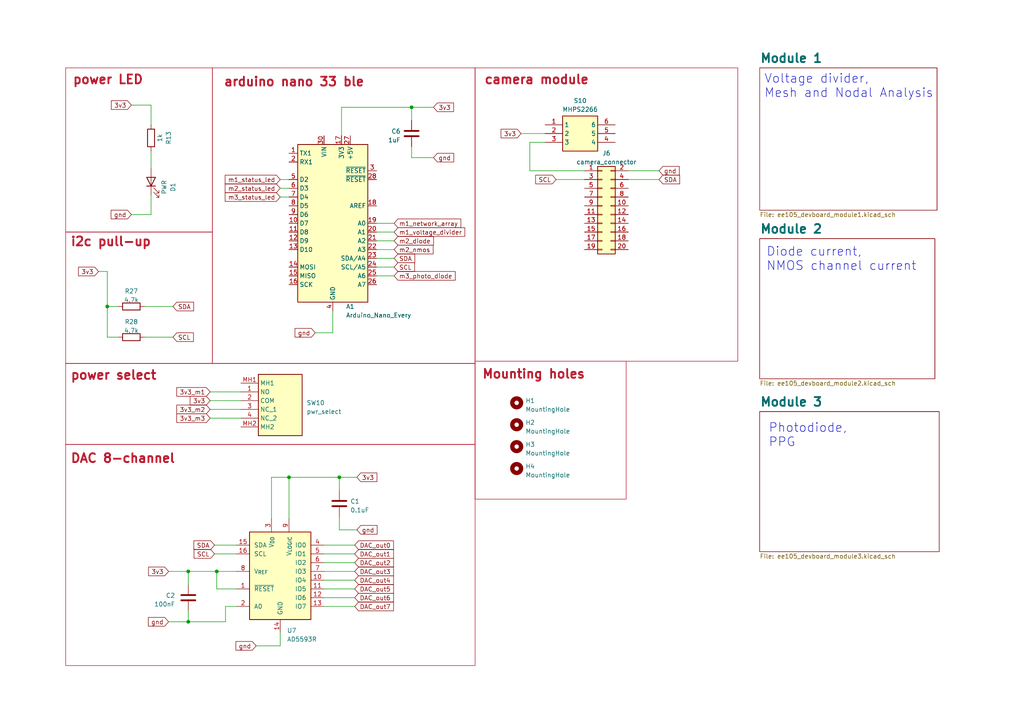
<source format=kicad_sch>
(kicad_sch (version 20230121) (generator eeschema)
  (paper "A4")
  (title_block (title "Module 1") (rev "rev1") (company "EE105_devboard"))
  (lib_symbols
    (symbol "Analog:AD5593R" (pin_names (offset 1.27))
      (property "Reference" "U" (at -8.89 15.24 0))
      (property "Value" "AD5593R" (at 3.81 15.24 0))
      (symbol "AD5593R_0_1"
        (rectangle (start -8.89 13.97) (end 8.89 -11.43) (stroke (width 0.254)) (fill (type background)))
      )
      (symbol "AD5593R_1_1"
        (pin input line (at -12.7 -2.54 0) (length 3.81) (name "~{RESET}") (number "1"))
        (pin bidirectional line (at 12.7 0 180) (length 3.81) (name "IO4") (number "10"))
        (pin bidirectional line (at 12.7 -2.54 180) (length 3.81) (name "IO5") (number "11"))
        (pin bidirectional line (at 12.7 -5.08 180) (length 3.81) (name "IO6") (number "12"))
        (pin bidirectional line (at 12.7 -7.62 180) (length 3.81) (name "IO7") (number "13"))
        (pin power_in line (at 0 -15.24 90) (length 3.81) (name "GND") (number "14"))
        (pin bidirectional line (at -12.7 10.16 0) (length 3.81) (name "SDA") (number "15"))
        (pin input line (at -12.7 7.62 0) (length 3.81) (name "SCL") (number "16"))
        (pin input line (at -12.7 -7.62 0) (length 3.81) (name "A0") (number "2"))
        (pin power_in line (at -2.54 17.78 270) (length 3.81) (name "V_{DD}") (number "3"))
        (pin bidirectional line (at 12.7 10.16 180) (length 3.81) (name "IO0") (number "4"))
        (pin bidirectional line (at 12.7 7.62 180) (length 3.81) (name "IO1") (number "5"))
        (pin bidirectional line (at 12.7 5.08 180) (length 3.81) (name "IO2") (number "6"))
        (pin bidirectional line (at 12.7 2.54 180) (length 3.81) (name "IO3") (number "7"))
        (pin passive line (at -12.7 2.54 0) (length 3.81) (name "V_{REF}") (number "8"))
        (pin power_in line (at 2.54 17.78 270) (length 3.81) (name "V_{LOGIC}") (number "9"))
      )
    )
    (symbol "Connector_Generic:Conn_02x10_Odd_Even" (pin_names (offset 1.016) hide)
      (property "Reference" "J" (at 1.27 12.7 0))
      (property "Value" "Conn_02x10_Odd_Even" (at 1.27 -15.24 0))
      (symbol "Conn_02x10_Odd_Even_1_1"
        (rectangle (start -1.27 -12.573) (end 0 -12.827) (stroke (width 0.1524)))
        (rectangle (start -1.27 -10.033) (end 0 -10.287) (stroke (width 0.1524)))
        (rectangle (start -1.27 -7.493) (end 0 -7.747) (stroke (width 0.1524)))
        (rectangle (start -1.27 -4.953) (end 0 -5.207) (stroke (width 0.1524)))
        (rectangle (start -1.27 -2.413) (end 0 -2.667) (stroke (width 0.1524)))
        (rectangle (start -1.27 0.127) (end 0 -0.127) (stroke (width 0.1524)))
        (rectangle (start -1.27 2.667) (end 0 2.413) (stroke (width 0.1524)))
        (rectangle (start -1.27 5.207) (end 0 4.953) (stroke (width 0.1524)))
        (rectangle (start -1.27 7.747) (end 0 7.493) (stroke (width 0.1524)))
        (rectangle (start -1.27 10.287) (end 0 10.033) (stroke (width 0.1524)))
        (rectangle (start -1.27 11.43) (end 3.81 -13.97) (stroke (width 0.254)) (fill (type background)))
        (rectangle (start 3.81 -12.573) (end 2.54 -12.827) (stroke (width 0.1524)))
        (rectangle (start 3.81 -10.033) (end 2.54 -10.287) (stroke (width 0.1524)))
        (rectangle (start 3.81 -7.493) (end 2.54 -7.747) (stroke (width 0.1524)))
        (rectangle (start 3.81 -4.953) (end 2.54 -5.207) (stroke (width 0.1524)))
        (rectangle (start 3.81 -2.413) (end 2.54 -2.667) (stroke (width 0.1524)))
        (rectangle (start 3.81 0.127) (end 2.54 -0.127) (stroke (width 0.1524)))
        (rectangle (start 3.81 2.667) (end 2.54 2.413) (stroke (width 0.1524)))
        (rectangle (start 3.81 5.207) (end 2.54 4.953) (stroke (width 0.1524)))
        (rectangle (start 3.81 7.747) (end 2.54 7.493) (stroke (width 0.1524)))
        (rectangle (start 3.81 10.287) (end 2.54 10.033) (stroke (width 0.1524)))
        (pin passive line (at -5.08 10.16 0) (length 3.81) (name "Pin_1") (number "1"))
        (pin passive line (at 7.62 0 180) (length 3.81) (name "Pin_10") (number "10"))
        (pin passive line (at -5.08 -2.54 0) (length 3.81) (name "Pin_11") (number "11"))
        (pin passive line (at 7.62 -2.54 180) (length 3.81) (name "Pin_12") (number "12"))
        (pin passive line (at -5.08 -5.08 0) (length 3.81) (name "Pin_13") (number "13"))
        (pin passive line (at 7.62 -5.08 180) (length 3.81) (name "Pin_14") (number "14"))
        (pin passive line (at -5.08 -7.62 0) (length 3.81) (name "Pin_15") (number "15"))
        (pin passive line (at 7.62 -7.62 180) (length 3.81) (name "Pin_16") (number "16"))
        (pin passive line (at -5.08 -10.16 0) (length 3.81) (name "Pin_17") (number "17"))
        (pin passive line (at 7.62 -10.16 180) (length 3.81) (name "Pin_18") (number "18"))
        (pin passive line (at -5.08 -12.7 0) (length 3.81) (name "Pin_19") (number "19"))
        (pin passive line (at 7.62 10.16 180) (length 3.81) (name "Pin_2") (number "2"))
        (pin passive line (at 7.62 -12.7 180) (length 3.81) (name "Pin_20") (number "20"))
        (pin passive line (at -5.08 7.62 0) (length 3.81) (name "Pin_3") (number "3"))
        (pin passive line (at 7.62 7.62 180) (length 3.81) (name "Pin_4") (number "4"))
        (pin passive line (at -5.08 5.08 0) (length 3.81) (name "Pin_5") (number "5"))
        (pin passive line (at 7.62 5.08 180) (length 3.81) (name "Pin_6") (number "6"))
        (pin passive line (at -5.08 2.54 0) (length 3.81) (name "Pin_7") (number "7"))
        (pin passive line (at 7.62 2.54 180) (length 3.81) (name "Pin_8") (number "8"))
        (pin passive line (at -5.08 0 0) (length 3.81) (name "Pin_9") (number "9"))
      )
    )
    (symbol "Device:C" (pin_numbers hide) (pin_names (offset 0.254))
      (property "Reference" "C" (at 0.635 2.54 0))
      (property "Value" "C" (at 0.635 -2.54 0))
      (symbol "C_0_1"
        (polyline (pts (xy -2.032 -0.762) (xy 2.032 -0.762)) (stroke (width 0.508)))
        (polyline (pts (xy -2.032 0.762) (xy 2.032 0.762)) (stroke (width 0.508)))
      )
      (symbol "C_1_1"
        (pin passive line (at 0 3.81 270) (length 2.794) (name "~") (number "1"))
        (pin passive line (at 0 -3.81 90) (length 2.794) (name "~") (number "2"))
      )
    )
    (symbol "Device:LED" (pin_numbers hide) (pin_names (offset 1.016) hide)
      (property "Reference" "D" (at 0 2.54 0))
      (property "Value" "LED" (at 0 -2.54 0))
      (symbol "LED_0_1"
        (polyline (pts (xy -1.27 -1.27) (xy -1.27 1.27)) (stroke (width 0.254)))
        (polyline (pts (xy -1.27 0) (xy 1.27 0)))
        (polyline (pts (xy 1.27 -1.27) (xy 1.27 1.27) (xy -1.27 0) (xy 1.27 -1.27)) (stroke (width 0.254)))
        (polyline (pts (xy -3.048 -0.762) (xy -4.572 -2.286) (xy -3.81 -2.286) (xy -4.572 -2.286) (xy -4.572 -1.524)))
        (polyline (pts (xy -1.778 -0.762) (xy -3.302 -2.286) (xy -2.54 -2.286) (xy -3.302 -2.286) (xy -3.302 -1.524)))
      )
      (symbol "LED_1_1"
        (pin passive line (at -3.81 0 0) (length 2.54) (name "K") (number "1"))
        (pin passive line (at 3.81 0 180) (length 2.54) (name "A") (number "2"))
      )
    )
    (symbol "Device:R" (pin_numbers hide) (pin_names (offset 0))
      (property "Reference" "R" (at 2.032 0 90))
      (property "Value" "R" (at 0 0 90))
      (symbol "R_0_1"
        (rectangle (start -1.016 -2.54) (end 1.016 2.54) (stroke (width 0.254)))
      )
      (symbol "R_1_1"
        (pin passive line (at 0 3.81 270) (length 1.27) (name "~") (number "1"))
        (pin passive line (at 0 -3.81 90) (length 1.27) (name "~") (number "2"))
      )
    )
    (symbol "MCU_Module:Arduino_Nano_Every"
      (property "Reference" "A" (at -10.16 23.495 0))
      (property "Value" "Arduino_Nano_Every" (at 5.08 -24.13 0))
      (symbol "Arduino_Nano_Every_0_1"
        (rectangle (start -10.16 22.86) (end 10.16 -22.86) (stroke (width 0.254)) (fill (type background)))
      )
      (symbol "Arduino_Nano_Every_1_1"
        (pin bidirectional line (at -12.7 20.32 0) (length 2.54) (name "TX1") (number "1"))
        (pin bidirectional line (at -12.7 0 0) (length 2.54) (name "D7") (number "10"))
        (pin bidirectional line (at -12.7 -2.54 0) (length 2.54) (name "D8") (number "11"))
        (pin bidirectional line (at -12.7 -5.08 0) (length 2.54) (name "D9") (number "12"))
        (pin bidirectional line (at -12.7 -7.62 0) (length 2.54) (name "D10") (number "13"))
        (pin bidirectional line (at -12.7 -12.7 0) (length 2.54) (name "MOSI") (number "14"))
        (pin bidirectional line (at -12.7 -15.24 0) (length 2.54) (name "MISO") (number "15"))
        (pin bidirectional line (at -12.7 -17.78 0) (length 2.54) (name "SCK") (number "16"))
        (pin power_out line (at 2.54 25.4 270) (length 2.54) (name "3V3") (number "17"))
        (pin input line (at 12.7 5.08 180) (length 2.54) (name "AREF") (number "18"))
        (pin bidirectional line (at 12.7 0 180) (length 2.54) (name "A0") (number "19"))
        (pin bidirectional line (at -12.7 17.78 0) (length 2.54) (name "RX1") (number "2"))
        (pin bidirectional line (at 12.7 -2.54 180) (length 2.54) (name "A1") (number "20"))
        (pin bidirectional line (at 12.7 -5.08 180) (length 2.54) (name "A2") (number "21"))
        (pin bidirectional line (at 12.7 -7.62 180) (length 2.54) (name "A3") (number "22"))
        (pin bidirectional line (at 12.7 -10.16 180) (length 2.54) (name "SDA/A4") (number "23"))
        (pin bidirectional line (at 12.7 -12.7 180) (length 2.54) (name "SCL/A5") (number "24"))
        (pin bidirectional line (at 12.7 -15.24 180) (length 2.54) (name "A6") (number "25"))
        (pin bidirectional line (at 12.7 -17.78 180) (length 2.54) (name "A7") (number "26"))
        (pin power_out line (at 5.08 25.4 270) (length 2.54) (name "+5V") (number "27"))
        (pin input line (at 12.7 12.7 180) (length 2.54) (name "~{RESET}") (number "28"))
        (pin passive line (at 0 -25.4 90) (length 2.54) hide (name "GND") (number "29"))
        (pin input line (at 12.7 15.24 180) (length 2.54) (name "~{RESET}") (number "3"))
        (pin power_in line (at -2.54 25.4 270) (length 2.54) (name "VIN") (number "30"))
        (pin power_in line (at 0 -25.4 90) (length 2.54) (name "GND") (number "4"))
        (pin bidirectional line (at -12.7 12.7 0) (length 2.54) (name "D2") (number "5"))
        (pin bidirectional line (at -12.7 10.16 0) (length 2.54) (name "D3") (number "6"))
        (pin bidirectional line (at -12.7 7.62 0) (length 2.54) (name "D4") (number "7"))
        (pin bidirectional line (at -12.7 5.08 0) (length 2.54) (name "D5") (number "8"))
        (pin bidirectional line (at -12.7 2.54 0) (length 2.54) (name "D6") (number "9"))
      )
    )
    (symbol "MHPS2266:MHPS2266"
      (property "Reference" "S" (at 16.51 7.62 0))
      (property "Value" "MHPS2266" (at 16.51 5.08 0))
      (symbol "MHPS2266_1_1"
        (rectangle (start 5.08 2.54) (end 15.24 -7.62) (stroke (width 0.254)) (fill (type background)))
        (pin passive line (at 0 0 0) (length 5.08) (name "1") (number "1"))
        (pin passive line (at 0 -2.54 0) (length 5.08) (name "2") (number "2"))
        (pin passive line (at 0 -5.08 0) (length 5.08) (name "3") (number "3"))
        (pin passive line (at 20.32 -5.08 180) (length 5.08) (name "4") (number "4"))
        (pin passive line (at 20.32 -2.54 180) (length 5.08) (name "5") (number "5"))
        (pin passive line (at 20.32 0 180) (length 5.08) (name "6") (number "6"))
      )
    )
    (symbol "Mechanical:MountingHole" (pin_names (offset 1.016))
      (property "Reference" "H" (at 0 5.08 0))
      (property "Value" "MountingHole" (at 0 3.175 0))
      (symbol "MountingHole_0_1"
        (circle (center 0 0) (radius 1.27) (stroke (width 1.27)))
      )
    )
    (symbol "OS103011MA7QP1:OS103011MA7QP1"
      (property "Reference" "S" (at 19.05 7.62 0))
      (property "Value" "OS103011MA7QP1" (at 19.05 5.08 0))
      (symbol "OS103011MA7QP1_1_1"
        (rectangle (start 5.08 2.54) (end 17.78 -15.24) (stroke (width 0.254)) (fill (type background)))
        (pin passive line (at 0 -2.54 0) (length 5.08) (name "NO") (number "1"))
        (pin passive line (at 0 -5.08 0) (length 5.08) (name "COM") (number "2"))
        (pin passive line (at 0 -7.62 0) (length 5.08) (name "NC_1") (number "3"))
        (pin passive line (at 0 -10.16 0) (length 5.08) (name "NC_2") (number "4"))
        (pin passive line (at 0 0 0) (length 5.08) (name "MH1") (number "MH1"))
        (pin passive line (at 0 -12.7 0) (length 5.08) (name "MH2") (number "MH2"))
      )
    )
  )
  (junction (at 83.82 138.43))
  (junction (at 62.865 165.735))
  (junction (at 54.61 180.34))
  (junction (at 98.425 138.43))
  (junction (at 119.38 31.115))
  (junction (at 31.115 88.9))
  (junction (at 54.61 165.735))
  (wire (pts (xy 119.38 45.72) (xy 125.73 45.72)))
  (wire (pts (xy 109.22 74.93) (xy 114.3 74.93)))
  (wire (pts (xy 119.38 31.115) (xy 125.73 31.115)))
  (wire (pts (xy 93.98 173.355) (xy 102.87 173.355)))
  (wire (pts (xy 60.96 116.205) (xy 69.85 116.205)))
  (wire (pts (xy 54.61 177.165) (xy 54.61 180.34)))
  (wire (pts (xy 83.82 138.43) (xy 78.74 138.43)))
  (wire (pts (xy 98.425 138.43) (xy 103.505 138.43)))
  (wire (pts (xy 109.22 80.01) (xy 114.3 80.01)))
  (wire (pts (xy 31.115 78.74) (xy 31.115 88.9)))
  (wire (pts (xy 62.23 158.115) (xy 68.58 158.115)))
  (wire (pts (xy 78.74 138.43) (xy 78.74 150.495)))
  (wire (pts (xy 38.1 62.23) (xy 43.815 62.23)))
  (wire (pts (xy 31.115 88.9) (xy 31.115 97.79)))
  (wire (pts (xy 28.575 78.74) (xy 31.115 78.74)))
  (wire (pts (xy 153.67 41.275) (xy 158.115 41.275)))
  (wire (pts (xy 62.865 165.735) (xy 68.58 165.735)))
  (wire (pts (xy 81.28 57.15) (xy 83.82 57.15)))
  (wire (pts (xy 93.98 170.815) (xy 102.87 170.815)))
  (wire (pts (xy 65.405 180.34) (xy 54.61 180.34)))
  (wire (pts (xy 109.22 64.77) (xy 114.3 64.77)))
  (wire (pts (xy 109.22 72.39) (xy 114.3 72.39)))
  (wire (pts (xy 41.91 88.9) (xy 50.165 88.9)))
  (wire (pts (xy 31.115 88.9) (xy 34.29 88.9)))
  (wire (pts (xy 81.28 54.61) (xy 83.82 54.61)))
  (wire (pts (xy 83.82 138.43) (xy 98.425 138.43)))
  (wire (pts (xy 91.44 96.52) (xy 96.52 96.52)))
  (wire (pts (xy 68.58 170.815) (xy 62.865 170.815)))
  (wire (pts (xy 153.67 41.275) (xy 153.67 49.53)))
  (wire (pts (xy 62.23 160.655) (xy 68.58 160.655)))
  (wire (pts (xy 60.96 118.745) (xy 69.85 118.745)))
  (wire (pts (xy 161.29 52.07) (xy 169.545 52.07)))
  (wire (pts (xy 54.61 180.34) (xy 48.895 180.34)))
  (wire (pts (xy 93.98 165.735) (xy 102.87 165.735)))
  (wire (pts (xy 151.13 38.735) (xy 158.115 38.735)))
  (wire (pts (xy 65.405 175.895) (xy 65.405 180.34)))
  (wire (pts (xy 109.22 67.31) (xy 114.3 67.31)))
  (wire (pts (xy 60.96 121.285) (xy 69.85 121.285)))
  (wire (pts (xy 93.98 175.895) (xy 102.87 175.895)))
  (wire (pts (xy 48.895 165.735) (xy 54.61 165.735)))
  (wire (pts (xy 103.505 153.67) (xy 98.425 153.67)))
  (wire (pts (xy 93.98 160.655) (xy 102.87 160.655)))
  (wire (pts (xy 68.58 175.895) (xy 65.405 175.895)))
  (wire (pts (xy 98.425 149.86) (xy 98.425 153.67)))
  (wire (pts (xy 43.815 43.815) (xy 43.815 48.895)))
  (wire (pts (xy 99.06 31.115) (xy 99.06 39.37)))
  (wire (pts (xy 60.96 113.665) (xy 69.85 113.665)))
  (wire (pts (xy 31.115 97.79) (xy 34.29 97.79)))
  (wire (pts (xy 41.91 97.79) (xy 50.165 97.79)))
  (wire (pts (xy 93.98 168.275) (xy 102.87 168.275)))
  (wire (pts (xy 99.06 31.115) (xy 119.38 31.115)))
  (wire (pts (xy 81.28 187.325) (xy 81.28 183.515)))
  (wire (pts (xy 96.52 96.52) (xy 96.52 90.17)))
  (wire (pts (xy 182.245 52.07) (xy 191.135 52.07)))
  (wire (pts (xy 54.61 165.735) (xy 62.865 165.735)))
  (wire (pts (xy 109.22 69.85) (xy 114.3 69.85)))
  (wire (pts (xy 119.38 42.545) (xy 119.38 45.72)))
  (wire (pts (xy 83.82 138.43) (xy 83.82 150.495)))
  (wire (pts (xy 191.135 49.53) (xy 182.245 49.53)))
  (wire (pts (xy 153.67 49.53) (xy 169.545 49.53)))
  (wire (pts (xy 98.425 142.24) (xy 98.425 138.43)))
  (wire (pts (xy 43.815 62.23) (xy 43.815 56.515)))
  (wire (pts (xy 81.28 52.07) (xy 83.82 52.07)))
  (wire (pts (xy 43.815 30.48) (xy 43.815 36.195)))
  (wire (pts (xy 109.22 77.47) (xy 114.3 77.47)))
  (wire (pts (xy 119.38 34.925) (xy 119.38 31.115)))
  (wire (pts (xy 93.98 158.115) (xy 102.87 158.115)))
  (wire (pts (xy 74.295 187.325) (xy 81.28 187.325)))
  (wire (pts (xy 38.1 30.48) (xy 43.815 30.48)))
  (wire (pts (xy 93.98 163.195) (xy 102.87 163.195)))
  (wire (pts (xy 62.865 170.815) (xy 62.865 165.735)))
  (wire (pts (xy 54.61 169.545) (xy 54.61 165.735)))
  (rectangle (start 19.05 128.905) (end 137.795 193.04) (stroke (width 0) (color 180 20 40 1)))
  (rectangle (start 19.05 19.685) (end 61.595 67.31) (stroke (width 0) (color 180 20 40 1)))
  (rectangle (start 19.05 105.41) (end 137.795 128.905) (stroke (width 0) (color 180 20 40 1)))
  (rectangle (start 61.595 19.685) (end 137.795 105.41) (stroke (width 0) (color 180 20 40 1)))
  (rectangle (start 19.05 67.31) (end 61.595 105.41) (stroke (width 0) (color 180 20 40 1)))
  (rectangle (start 137.795 19.685) (end 213.995 104.775) (stroke (width 0) (color 180 20 40 1)))
  (rectangle (start 137.795 104.775) (end 181.61 144.78) (stroke (width 0) (color 180 20 40 1)))
  (text "Diode current,\nNMOS channel current\n" (at 222.25 78.74 0) (effects (font (size 2.57 2.57)) (justify left bottom)))
  (text "power LED" (at 20.955 24.765 0) (effects (font (size 2.57 2.57) (thickness 0.514) bold) (justify left bottom)))
  (text "camera module" (at 140.335 24.765 0) (effects (font (size 2.57 2.57) (thickness 0.514) bold) (justify left bottom)))
  (text "Photodiode,\nPPG\n\n" (at 222.885 133.985 0) (effects (font (size 2.57 2.57)) (justify left bottom)))
  (text "i2c pull-up\n" (at 20.32 71.755 0) (effects (font (size 2.57 2.57) (thickness 0.514) bold) (justify left bottom)))
  (text "power select\n" (at 20.32 110.49 0) (effects (font (size 2.57 2.57) (thickness 0.514) bold) (justify left bottom)))
  (text "DAC 8-channel" (at 20.32 134.62 0) (effects (font (size 2.57 2.57) (thickness 0.514) bold) (justify left bottom)))
  (text "Mounting holes\n\n" (at 139.7 114.3 0) (effects (font (size 2.57 2.57) (thickness 0.514) bold) (justify left bottom)))
  (text "Voltage divider, \nMesh and Nodal Analysis" (at 221.615 28.575 0) (effects (font (size 2.57 2.57)) (justify left bottom)))
  (text "arduino nano 33 ble" (at 64.77 25.4 0) (effects (font (size 2.57 2.57) (thickness 0.514) bold) (justify left bottom)))
  (global_label "DAC_out4" (shape input) (at 102.87 168.275 0) (property "Intersheetrefs" "${INTERSHEET_REFS}" (effects hide)))
  (global_label "m2_status_led" (shape input) (at 81.28 54.61 180) (property "Intersheetrefs" "${INTERSHEET_REFS}" (effects hide)))
  (global_label "gnd" (shape input) (at 48.895 180.34 180) (property "Intersheetrefs" "${INTERSHEET_REFS}" (effects hide)))
  (global_label "3v3" (shape input) (at 151.13 38.735 180) (property "Intersheetrefs" "${INTERSHEET_REFS}" (effects hide)))
  (global_label "DAC_out2" (shape input) (at 102.87 163.195 0) (property "Intersheetrefs" "${INTERSHEET_REFS}" (effects hide)))
  (global_label "DAC_out1" (shape input) (at 102.87 160.655 0) (property "Intersheetrefs" "${INTERSHEET_REFS}" (effects hide)))
  (global_label "SCL" (shape input) (at 161.29 52.07 180) (property "Intersheetrefs" "${INTERSHEET_REFS}" (effects hide)))
  (global_label "3v3_m1" (shape input) (at 60.96 113.665 180) (property "Intersheetrefs" "${INTERSHEET_REFS}" (effects hide)))
  (global_label "m3_status_led" (shape input) (at 81.28 57.15 180) (property "Intersheetrefs" "${INTERSHEET_REFS}" (effects hide)))
  (global_label "SDA" (shape input) (at 62.23 158.115 180) (property "Intersheetrefs" "${INTERSHEET_REFS}" (effects hide)))
  (global_label "gnd" (shape input) (at 91.44 96.52 180) (property "Intersheetrefs" "${INTERSHEET_REFS}" (effects hide)))
  (global_label "3v3_m3" (shape input) (at 60.96 121.285 180) (property "Intersheetrefs" "${INTERSHEET_REFS}" (effects hide)))
  (global_label "SCL" (shape input) (at 114.3 77.47 0) (property "Intersheetrefs" "${INTERSHEET_REFS}" (effects hide)))
  (global_label "3v3" (shape input) (at 60.96 116.205 180) (property "Intersheetrefs" "${INTERSHEET_REFS}" (effects hide)))
  (global_label "SDA" (shape input) (at 114.3 74.93 0) (property "Intersheetrefs" "${INTERSHEET_REFS}" (effects hide)))
  (global_label "m1_status_led" (shape input) (at 81.28 52.07 180) (property "Intersheetrefs" "${INTERSHEET_REFS}" (effects hide)))
  (global_label "DAC_out5" (shape input) (at 102.87 170.815 0) (property "Intersheetrefs" "${INTERSHEET_REFS}" (effects hide)))
  (global_label "m2_diode" (shape input) (at 114.3 69.85 0) (property "Intersheetrefs" "${INTERSHEET_REFS}" (effects hide)))
  (global_label "gnd" (shape input) (at 74.295 187.325 180) (property "Intersheetrefs" "${INTERSHEET_REFS}" (effects hide)))
  (global_label "SDA" (shape input) (at 191.135 52.07 0) (property "Intersheetrefs" "${INTERSHEET_REFS}" (effects hide)))
  (global_label "gnd" (shape input) (at 38.1 62.23 180) (property "Intersheetrefs" "${INTERSHEET_REFS}" (effects hide)))
  (global_label "3v3" (shape input) (at 38.1 30.48 180) (property "Intersheetrefs" "${INTERSHEET_REFS}" (effects hide)))
  (global_label "3v3_m2" (shape input) (at 60.96 118.745 180) (property "Intersheetrefs" "${INTERSHEET_REFS}" (effects hide)))
  (global_label "gnd" (shape input) (at 191.135 49.53 0) (property "Intersheetrefs" "${INTERSHEET_REFS}" (effects hide)))
  (global_label "3v3" (shape input) (at 125.73 31.115 0) (property "Intersheetrefs" "${INTERSHEET_REFS}" (effects hide)))
  (global_label "3v3" (shape input) (at 48.895 165.735 180) (property "Intersheetrefs" "${INTERSHEET_REFS}" (effects hide)))
  (global_label "m1_network_array" (shape input) (at 114.3 64.77 0) (property "Intersheetrefs" "${INTERSHEET_REFS}" (effects hide)))
  (global_label "SDA" (shape input) (at 50.165 88.9 0) (property "Intersheetrefs" "${INTERSHEET_REFS}" (effects hide)))
  (global_label "3v3" (shape input) (at 103.505 138.43 0) (property "Intersheetrefs" "${INTERSHEET_REFS}" (effects hide)))
  (global_label "gnd" (shape input) (at 125.73 45.72 0) (property "Intersheetrefs" "${INTERSHEET_REFS}" (effects hide)))
  (global_label "DAC_out6" (shape input) (at 102.87 173.355 0) (property "Intersheetrefs" "${INTERSHEET_REFS}" (effects hide)))
  (global_label "gnd" (shape input) (at 103.505 153.67 0) (property "Intersheetrefs" "${INTERSHEET_REFS}" (effects hide)))
  (global_label "3v3" (shape input) (at 28.575 78.74 180) (property "Intersheetrefs" "${INTERSHEET_REFS}" (effects hide)))
  (global_label "SCL" (shape input) (at 50.165 97.79 0) (property "Intersheetrefs" "${INTERSHEET_REFS}" (effects hide)))
  (global_label "DAC_out7" (shape input) (at 102.87 175.895 0) (property "Intersheetrefs" "${INTERSHEET_REFS}" (effects hide)))
  (global_label "DAC_out3" (shape input) (at 102.87 165.735 0) (property "Intersheetrefs" "${INTERSHEET_REFS}" (effects hide)))
  (global_label "m1_voltage_divider" (shape input) (at 114.3 67.31 0) (property "Intersheetrefs" "${INTERSHEET_REFS}" (effects hide)))
  (global_label "m3_photo_diode" (shape input) (at 114.3 80.01 0) (property "Intersheetrefs" "${INTERSHEET_REFS}" (effects hide)))
  (global_label "m2_nmos" (shape input) (at 114.3 72.39 0) (property "Intersheetrefs" "${INTERSHEET_REFS}" (effects hide)))
  (global_label "SCL" (shape input) (at 62.23 160.655 180) (property "Intersheetrefs" "${INTERSHEET_REFS}" (effects hide)))
  (global_label "DAC_out0" (shape input) (at 102.87 158.115 0) (property "Intersheetrefs" "${INTERSHEET_REFS}" (effects hide)))
  (symbol (lib_id "Mechanical:MountingHole") (at 149.86 135.89 0) (unit 1)
    (property "Reference" "H4" (at 152.4 135.255 0) (effects (justify left)))
    (property "Value" "MountingHole" (at 152.4 137.795 0) (effects (justify left)))
    (property "Footprint" "MountingHole:MountingHole_3.2mm_M3" (effects hide))
  )
  (symbol (lib_id "Connector_Generic:Conn_02x10_Odd_Even") (at 174.625 59.69 0) (unit 1)
    (property "Reference" "J6" (at 175.895 44.45 0))
    (property "Value" "camera_connector" (at 175.895 46.99 0))
    (property "Footprint" "Connector_PinHeader_2.54mm:PinHeader_2x10_P2.54mm_Vertical" (effects hide))
  )
  (symbol (lib_id "Mechanical:MountingHole") (at 149.86 123.19 0) (unit 1)
    (property "Reference" "H2" (at 152.4 122.555 0) (effects (justify left)))
    (property "Value" "MountingHole" (at 152.4 125.095 0) (effects (justify left)))
    (property "Footprint" "MountingHole:MountingHole_3.2mm_M3" (effects hide))
  )
  (symbol (lib_id "Device:C") (at 54.61 173.355 0) (mirror x) (unit 1)
    (property "Reference" "C2" (at 50.8 172.72 0) (effects (justify right)))
    (property "Value" "100nF" (at 50.8 175.26 0) (effects (justify right)))
    (property "Footprint" "Capacitor_SMD:C_0805_2012Metric_Pad1.18x1.45mm_HandSolder" (effects hide))
  )
  (symbol (lib_id "Device:LED") (at 43.815 52.705 90) (unit 1)
    (property "Reference" "D1" (at 50.165 54.2925 0))
    (property "Value" "PWR" (at 47.625 54.2925 0))
    (property "Footprint" "LED_SMD:LED_0805_2012Metric_Pad1.15x1.40mm_HandSolder" (effects hide))
  )
  (symbol (lib_id "Device:R") (at 38.1 97.79 90) (unit 1)
    (property "Reference" "R28" (at 38.1 93.345 90))
    (property "Value" "4.7k" (at 38.1 95.885 90))
    (property "Footprint" "Resistor_SMD:R_0805_2012Metric_Pad1.20x1.40mm_HandSolder" (effects hide))
  )
  (symbol (lib_id "MHPS2266:MHPS2266") (at 158.115 36.195 0) (unit 1)
    (property "Reference" "S10" (at 168.275 29.21 0))
    (property "Value" "MHPS2266" (at 168.275 31.75 0))
    (property "Footprint" "custom_footprints:DIPS450W80P200L600H1050Q6N" (effects hide))
    (property "Height" "10.5" (effects hide))
    (property "Mouser Part Number" "642-MHPS2266" (effects hide))
    (property "Mouser Price/Stock" "https://www.mouser.co.uk/ProductDetail/Apem/MHPS2266?qs=%2Fs1LKTamv0yOhWIQlUyKbQ%3D%3D" (effects hide))
    (property "Manufacturer_Name" "Apem" (effects hide))
    (property "Manufacturer_Part_Number" "MHPS2266" (effects hide))
  )
  (symbol (lib_id "Mechanical:MountingHole") (at 149.86 116.84 0) (unit 1)
    (property "Reference" "H1" (at 152.4 116.205 0) (effects (justify left)))
    (property "Value" "MountingHole" (at 152.4 118.745 0) (effects (justify left)))
    (property "Footprint" "MountingHole:MountingHole_3.2mm_M3" (effects hide))
  )
  (symbol (lib_id "OS103011MA7QP1:OS103011MA7QP1") (at 69.85 111.125 0) (unit 1)
    (property "Reference" "SW10" (at 88.9 116.84 0) (effects (justify left)))
    (property "Value" "pwr_select" (at 88.9 119.38 0) (effects (justify left)))
    (property "Footprint" "custom_footprints:OS103011MA7QP1" (effects hide))
    (property "Datasheet" "https://www.ckswitches.com/media/1428/os.pdf" (effects hide))
    (property "Height" "4.7" (effects hide))
    (property "Mouser Part Number" "611-OS103011MA7QP1" (effects hide))
    (property "Mouser Price/Stock" "https://www.mouser.co.uk/ProductDetail/CK/OS103011MA7QP1?qs=WtljUlYws5SZzmleoPXX2w%3D%3D" (effects hide))
    (property "Manufacturer_Name" "C & K COMPONENTS" (effects hide))
    (property "Manufacturer_Part_Number" "OS103011MA7QP1" (effects hide))
  )
  (symbol (lib_id "Analog:AD5593R") (at 81.28 168.275 0) (unit 1)
    (property "Reference" "U7" (at 83.2359 182.88 0) (effects (justify left)))
    (property "Value" "AD5593R" (at 83.2359 185.42 0) (effects (justify left)))
    (property "Footprint" "Package_SO:TSSOP-16_4.4x5mm_P0.65mm" (effects hide))
    (property "Datasheet" "https://www.analog.com/media/en/technical-documentation/data-sheets/AD5593R.pdf" (effects hide))
  )
  (symbol (lib_id "Device:C") (at 119.38 38.735 0) (mirror y) (unit 1)
    (property "Reference" "C6" (at 116.205 38.1 0) (effects (justify left)))
    (property "Value" "1uF" (at 116.205 40.64 0) (effects (justify left)))
    (property "Footprint" "Capacitor_SMD:C_0805_2012Metric_Pad1.18x1.45mm_HandSolder" (effects hide))
  )
  (symbol (lib_id "Device:R") (at 38.1 88.9 90) (unit 1)
    (property "Reference" "R27" (at 38.1 84.455 90))
    (property "Value" "4.7k" (at 38.1 86.995 90))
    (property "Footprint" "Resistor_SMD:R_0805_2012Metric_Pad1.20x1.40mm_HandSolder" (effects hide))
  )
  (symbol (lib_id "Device:C") (at 98.425 146.05 0) (unit 1)
    (property "Reference" "C1" (at 101.6 145.415 0) (effects (justify left)))
    (property "Value" "0.1uF" (at 101.6 147.955 0) (effects (justify left)))
    (property "Footprint" "Capacitor_SMD:C_0805_2012Metric_Pad1.18x1.45mm_HandSolder" (effects hide))
  )
  (symbol (lib_id "Mechanical:MountingHole") (at 149.86 129.54 0) (unit 1)
    (property "Reference" "H3" (at 152.4 128.905 0) (effects (justify left)))
    (property "Value" "MountingHole" (at 152.4 131.445 0) (effects (justify left)))
    (property "Footprint" "MountingHole:MountingHole_3.2mm_M3" (effects hide))
  )
  (symbol (lib_id "Device:R") (at 43.815 40.005 0) (unit 1)
    (property "Reference" "R13" (at 48.895 40.005 90))
    (property "Value" "1k" (at 46.355 40.005 90))
    (property "Footprint" "Resistor_SMD:R_0805_2012Metric_Pad1.20x1.40mm_HandSolder" (effects hide))
  )
  (symbol (lib_id "MCU_Module:Arduino_Nano_Every") (at 96.52 64.77 0) (unit 1)
    (property "Reference" "A1" (at 100.33 88.9 0) (effects (justify left)))
    (property "Value" "Arduino_Nano_Every" (at 100.33 91.44 0) (effects (justify left)))
    (property "Footprint" "Module:Arduino_Nano" (effects hide))
    (property "Datasheet" "https://content.arduino.cc/assets/NANOEveryV3.0_sch.pdf" (effects hide))
  )
  (sheet (at 220.345 19.685) (size 51.435 41.275) (stroke (width 0.127))
    (property "Sheetname" "Module 1" (at 220.345 18.3511 0) (effects (font (size 2.54 2.54) bold) (justify left bottom)))
    (property "Sheetfile" "ee105_devboard_module1.kicad_sch" (at 220.345 61.5319 0) (effects (justify left top)))
  )
  (sheet (at 220.345 69.215) (size 50.8 40.64) (stroke (width 0.1524))
    (property "Sheetname" "Module 2" (at 220.345 67.8684 0) (effects (font (size 2.54 2.54) bold) (justify left bottom)))
    (property "Sheetfile" "ee105_devboard_module2.kicad_sch" (at 220.345 110.4396 0) (effects (justify left top)))
  )
  (sheet (at 220.345 119.38) (size 52.07 40.64) (stroke (width 0.1524))
    (property "Sheetname" "Module 3" (at 220.345 118.0334 0) (effects (font (size 2.54 2.54) bold) (justify left bottom)))
    (property "Sheetfile" "ee105_devboard_module3.kicad_sch" (at 220.345 160.6046 0) (effects (justify left top)))
  )
)
</source>
